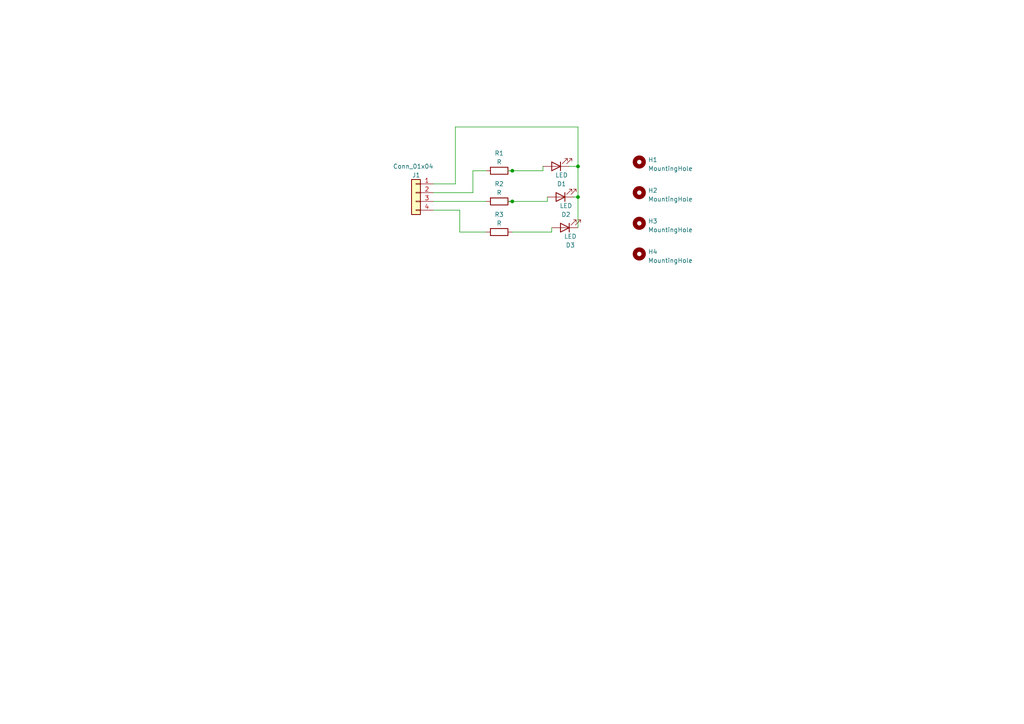
<source format=kicad_sch>
(kicad_sch (version 20230121) (generator eeschema)
  (paper "A4")
  (lib_symbols
    (symbol "Connector_Generic:Conn_01x04" (pin_names (offset 1.016) hide)
      (property "Reference" "J" (at 0 5.08 0))
      (property "Value" "Conn_01x04" (at 0 -7.62 0))
      (symbol "Conn_01x04_1_1"
        (rectangle (start -1.27 -4.953) (end 0 -5.207) (stroke (width 0.1524)))
        (rectangle (start -1.27 -2.413) (end 0 -2.667) (stroke (width 0.1524)))
        (rectangle (start -1.27 0.127) (end 0 -0.127) (stroke (width 0.1524)))
        (rectangle (start -1.27 2.667) (end 0 2.413) (stroke (width 0.1524)))
        (rectangle (start -1.27 3.81) (end 1.27 -6.35) (stroke (width 0.254)) (fill (type background)))
        (pin passive line (at -5.08 2.54 0) (length 3.81) (name "Pin_1") (number "1"))
        (pin passive line (at -5.08 0 0) (length 3.81) (name "Pin_2") (number "2"))
        (pin passive line (at -5.08 -2.54 0) (length 3.81) (name "Pin_3") (number "3"))
        (pin passive line (at -5.08 -5.08 0) (length 3.81) (name "Pin_4") (number "4"))
      )
    )
    (symbol "Device:LED" (pin_numbers hide) (pin_names (offset 1.016) hide)
      (property "Reference" "D" (at 0 2.54 0))
      (property "Value" "LED" (at 0 -2.54 0))
      (symbol "LED_0_1"
        (polyline (pts (xy -1.27 -1.27) (xy -1.27 1.27)) (stroke (width 0.254)))
        (polyline (pts (xy -1.27 0) (xy 1.27 0)))
        (polyline (pts (xy 1.27 -1.27) (xy 1.27 1.27) (xy -1.27 0) (xy 1.27 -1.27)) (stroke (width 0.254)))
        (polyline (pts (xy -3.048 -0.762) (xy -4.572 -2.286) (xy -3.81 -2.286) (xy -4.572 -2.286) (xy -4.572 -1.524)))
        (polyline (pts (xy -1.778 -0.762) (xy -3.302 -2.286) (xy -2.54 -2.286) (xy -3.302 -2.286) (xy -3.302 -1.524)))
      )
      (symbol "LED_1_1"
        (pin passive line (at -3.81 0 0) (length 2.54) (name "K") (number "1"))
        (pin passive line (at 3.81 0 180) (length 2.54) (name "A") (number "2"))
      )
    )
    (symbol "Device:R" (pin_numbers hide) (pin_names (offset 0))
      (property "Reference" "R" (at 2.032 0 90))
      (property "Value" "R" (at 0 0 90))
      (symbol "R_0_1"
        (rectangle (start -1.016 -2.54) (end 1.016 2.54) (stroke (width 0.254)))
      )
      (symbol "R_1_1"
        (pin passive line (at 0 3.81 270) (length 1.27) (name "~") (number "1"))
        (pin passive line (at 0 -3.81 90) (length 1.27) (name "~") (number "2"))
      )
    )
    (symbol "Mechanical:MountingHole" (pin_names (offset 1.016))
      (property "Reference" "H" (at 0 5.08 0))
      (property "Value" "MountingHole" (at 0 3.175 0))
      (symbol "MountingHole_0_1"
        (circle (center 0 0) (radius 1.27) (stroke (width 1.27)))
      )
    )
  )
  (junction (at 148.59 49.53))
  (junction (at 148.59 58.42))
  (junction (at 167.64 48.26))
  (junction (at 167.64 57.15))
  (wire (pts (xy 148.59 67.31) (xy 160.02 67.31)))
  (wire (pts (xy 165.1 48.26) (xy 167.64 48.26)))
  (wire (pts (xy 125.73 53.34) (xy 132.08 53.34)))
  (wire (pts (xy 132.08 36.83) (xy 132.08 53.34)))
  (wire (pts (xy 125.73 60.96) (xy 133.35 60.96)))
  (wire (pts (xy 158.75 58.42) (xy 158.75 57.15)))
  (wire (pts (xy 148.59 58.42) (xy 158.75 58.42)))
  (wire (pts (xy 167.64 57.15) (xy 166.37 57.15)))
  (wire (pts (xy 167.64 66.04) (xy 167.64 57.15)))
  (wire (pts (xy 125.73 58.42) (xy 140.97 58.42)))
  (wire (pts (xy 160.02 67.31) (xy 160.02 66.04)))
  (wire (pts (xy 137.16 49.53) (xy 137.16 55.88)))
  (wire (pts (xy 147.32 49.53) (xy 148.59 49.53)))
  (wire (pts (xy 167.64 36.83) (xy 132.08 36.83)))
  (wire (pts (xy 133.35 67.31) (xy 133.35 60.96)))
  (wire (pts (xy 167.64 48.26) (xy 167.64 36.83)))
  (wire (pts (xy 140.97 67.31) (xy 133.35 67.31)))
  (wire (pts (xy 148.59 49.53) (xy 157.48 49.53)))
  (wire (pts (xy 140.97 49.53) (xy 137.16 49.53)))
  (wire (pts (xy 157.48 49.53) (xy 157.48 48.26)))
  (wire (pts (xy 147.32 58.42) (xy 148.59 58.42)))
  (wire (pts (xy 167.64 48.26) (xy 167.64 57.15)))
  (wire (pts (xy 125.73 55.88) (xy 137.16 55.88)))
  (symbol (lib_id "Mechanical:MountingHole") (at 185.42 46.99 0) (unit 1)
    (property "Reference" "H1" (at 187.96 46.355 0) (effects (justify left)))
    (property "Value" "MountingHole" (at 187.96 48.895 0) (effects (justify left)))
    (property "Footprint" "MountingHole:MountingHole_2.5mm_Pad" (effects hide))
  )
  (symbol (lib_id "Device:R") (at 144.78 67.31 90) (unit 1)
    (property "Reference" "R3" (at 144.78 62.23 90))
    (property "Value" "R" (at 144.78 64.77 90))
    (property "Footprint" "Resistor_THT:R_Axial_DIN0204_L3.6mm_D1.6mm_P5.08mm_Horizontal" (effects hide))
  )
  (symbol (lib_id "Device:LED") (at 162.56 57.15 180) (unit 1)
    (property "Reference" "D2" (at 164.1475 62.23 0))
    (property "Value" "LED" (at 164.1475 59.69 0))
    (property "Footprint" "LED_THT:LED_D3.0mm" (effects hide))
  )
  (symbol (lib_id "Device:LED") (at 161.29 48.26 180) (unit 1)
    (property "Reference" "D1" (at 162.8775 53.34 0))
    (property "Value" "LED" (at 162.8775 50.8 0))
    (property "Footprint" "LED_THT:LED_D3.0mm" (effects hide))
  )
  (symbol (lib_id "Device:LED") (at 163.83 66.04 180) (unit 1)
    (property "Reference" "D3" (at 165.4175 71.12 0))
    (property "Value" "LED" (at 165.4175 68.58 0))
    (property "Footprint" "LED_THT:LED_D3.0mm" (effects hide))
  )
  (symbol (lib_id "Mechanical:MountingHole") (at 185.42 73.66 0) (unit 1)
    (property "Reference" "H4" (at 187.96 73.025 0) (effects (justify left)))
    (property "Value" "MountingHole" (at 187.96 75.565 0) (effects (justify left)))
    (property "Footprint" "MountingHole:MountingHole_2.5mm_Pad" (effects hide))
  )
  (symbol (lib_id "Mechanical:MountingHole") (at 185.42 64.77 0) (unit 1)
    (property "Reference" "H3" (at 187.96 64.135 0) (effects (justify left)))
    (property "Value" "MountingHole" (at 187.96 66.675 0) (effects (justify left)))
    (property "Footprint" "MountingHole:MountingHole_2.5mm_Pad" (effects hide))
  )
  (symbol (lib_id "Device:R") (at 144.78 49.53 90) (unit 1)
    (property "Reference" "R1" (at 144.78 44.45 90))
    (property "Value" "R" (at 144.78 46.99 90))
    (property "Footprint" "Resistor_THT:R_Axial_DIN0204_L3.6mm_D1.6mm_P5.08mm_Horizontal" (effects hide))
  )
  (symbol (lib_id "Mechanical:MountingHole") (at 185.42 55.88 0) (unit 1)
    (property "Reference" "H2" (at 187.96 55.245 0) (effects (justify left)))
    (property "Value" "MountingHole" (at 187.96 57.785 0) (effects (justify left)))
    (property "Footprint" "MountingHole:MountingHole_2.5mm_Pad" (effects hide))
  )
  (symbol (lib_id "Connector_Generic:Conn_01x04") (at 120.65 55.88 0) (mirror y) (unit 1)
    (property "Reference" "J1" (at 121.92 50.8 0) (effects (justify left)))
    (property "Value" "Conn_01x04" (at 125.73 48.26 0) (effects (justify left)))
    (property "Footprint" "Connector_PinHeader_2.54mm:PinHeader_1x04_P2.54mm_Horizontal" (effects hide))
  )
  (symbol (lib_id "Device:R") (at 144.78 58.42 90) (unit 1)
    (property "Reference" "R2" (at 144.78 53.34 90))
    (property "Value" "R" (at 144.78 55.88 90))
    (property "Footprint" "Resistor_THT:R_Axial_DIN0204_L3.6mm_D1.6mm_P5.08mm_Horizontal" (effects hide))
  )
)
</source>
